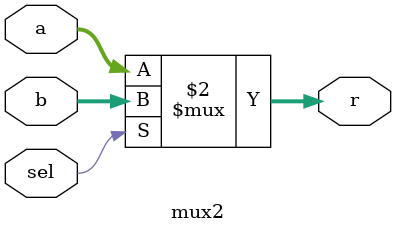
<source format=v>
module mux2 #(parameter WIDTH = 32)(input [WIDTH-1:0] a,
             input [WIDTH-1:0] b,
             input wire sel,
             output wire[WIDTH-1:0] r);
assign r = (sel == 1'b0) ? a :b;
endmodule

</source>
